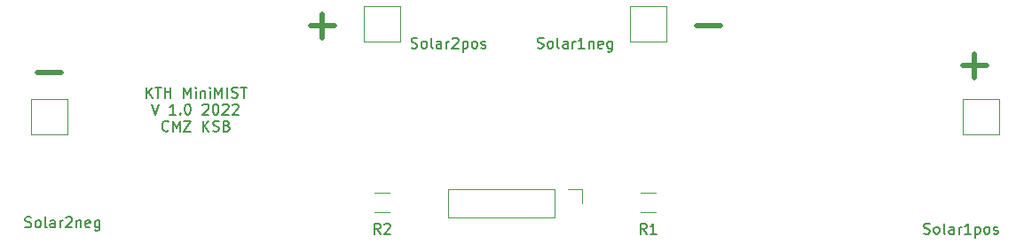
<source format=gbr>
%TF.GenerationSoftware,KiCad,Pcbnew,(6.0.4)*%
%TF.CreationDate,2022-08-22T23:27:17+02:00*%
%TF.ProjectId,SolarCMZ,536f6c61-7243-44d5-9a2e-6b696361645f,rev?*%
%TF.SameCoordinates,Original*%
%TF.FileFunction,Legend,Top*%
%TF.FilePolarity,Positive*%
%FSLAX46Y46*%
G04 Gerber Fmt 4.6, Leading zero omitted, Abs format (unit mm)*
G04 Created by KiCad (PCBNEW (6.0.4)) date 2022-08-22 23:27:17*
%MOMM*%
%LPD*%
G01*
G04 APERTURE LIST*
%ADD10C,0.150000*%
%ADD11C,0.500000*%
%ADD12C,0.120000*%
G04 APERTURE END LIST*
D10*
X117205714Y-112507380D02*
X117205714Y-111507380D01*
X117777142Y-112507380D02*
X117348571Y-111935952D01*
X117777142Y-111507380D02*
X117205714Y-112078809D01*
X118062857Y-111507380D02*
X118634285Y-111507380D01*
X118348571Y-112507380D02*
X118348571Y-111507380D01*
X118967619Y-112507380D02*
X118967619Y-111507380D01*
X118967619Y-111983571D02*
X119539047Y-111983571D01*
X119539047Y-112507380D02*
X119539047Y-111507380D01*
X120777142Y-112507380D02*
X120777142Y-111507380D01*
X121110476Y-112221666D01*
X121443809Y-111507380D01*
X121443809Y-112507380D01*
X121920000Y-112507380D02*
X121920000Y-111840714D01*
X121920000Y-111507380D02*
X121872380Y-111555000D01*
X121920000Y-111602619D01*
X121967619Y-111555000D01*
X121920000Y-111507380D01*
X121920000Y-111602619D01*
X122396190Y-111840714D02*
X122396190Y-112507380D01*
X122396190Y-111935952D02*
X122443809Y-111888333D01*
X122539047Y-111840714D01*
X122681904Y-111840714D01*
X122777142Y-111888333D01*
X122824761Y-111983571D01*
X122824761Y-112507380D01*
X123300952Y-112507380D02*
X123300952Y-111840714D01*
X123300952Y-111507380D02*
X123253333Y-111555000D01*
X123300952Y-111602619D01*
X123348571Y-111555000D01*
X123300952Y-111507380D01*
X123300952Y-111602619D01*
X123777142Y-112507380D02*
X123777142Y-111507380D01*
X124110476Y-112221666D01*
X124443809Y-111507380D01*
X124443809Y-112507380D01*
X124920000Y-112507380D02*
X124920000Y-111507380D01*
X125348571Y-112459761D02*
X125491428Y-112507380D01*
X125729523Y-112507380D01*
X125824761Y-112459761D01*
X125872380Y-112412142D01*
X125920000Y-112316904D01*
X125920000Y-112221666D01*
X125872380Y-112126428D01*
X125824761Y-112078809D01*
X125729523Y-112031190D01*
X125539047Y-111983571D01*
X125443809Y-111935952D01*
X125396190Y-111888333D01*
X125348571Y-111793095D01*
X125348571Y-111697857D01*
X125396190Y-111602619D01*
X125443809Y-111555000D01*
X125539047Y-111507380D01*
X125777142Y-111507380D01*
X125920000Y-111555000D01*
X126205714Y-111507380D02*
X126777142Y-111507380D01*
X126491428Y-112507380D02*
X126491428Y-111507380D01*
X117729523Y-113117380D02*
X118062857Y-114117380D01*
X118396190Y-113117380D01*
X120015238Y-114117380D02*
X119443809Y-114117380D01*
X119729523Y-114117380D02*
X119729523Y-113117380D01*
X119634285Y-113260238D01*
X119539047Y-113355476D01*
X119443809Y-113403095D01*
X120443809Y-114022142D02*
X120491428Y-114069761D01*
X120443809Y-114117380D01*
X120396190Y-114069761D01*
X120443809Y-114022142D01*
X120443809Y-114117380D01*
X121110476Y-113117380D02*
X121205714Y-113117380D01*
X121300952Y-113165000D01*
X121348571Y-113212619D01*
X121396190Y-113307857D01*
X121443809Y-113498333D01*
X121443809Y-113736428D01*
X121396190Y-113926904D01*
X121348571Y-114022142D01*
X121300952Y-114069761D01*
X121205714Y-114117380D01*
X121110476Y-114117380D01*
X121015238Y-114069761D01*
X120967619Y-114022142D01*
X120920000Y-113926904D01*
X120872380Y-113736428D01*
X120872380Y-113498333D01*
X120920000Y-113307857D01*
X120967619Y-113212619D01*
X121015238Y-113165000D01*
X121110476Y-113117380D01*
X122586666Y-113212619D02*
X122634285Y-113165000D01*
X122729523Y-113117380D01*
X122967619Y-113117380D01*
X123062857Y-113165000D01*
X123110476Y-113212619D01*
X123158095Y-113307857D01*
X123158095Y-113403095D01*
X123110476Y-113545952D01*
X122539047Y-114117380D01*
X123158095Y-114117380D01*
X123777142Y-113117380D02*
X123872380Y-113117380D01*
X123967619Y-113165000D01*
X124015238Y-113212619D01*
X124062857Y-113307857D01*
X124110476Y-113498333D01*
X124110476Y-113736428D01*
X124062857Y-113926904D01*
X124015238Y-114022142D01*
X123967619Y-114069761D01*
X123872380Y-114117380D01*
X123777142Y-114117380D01*
X123681904Y-114069761D01*
X123634285Y-114022142D01*
X123586666Y-113926904D01*
X123539047Y-113736428D01*
X123539047Y-113498333D01*
X123586666Y-113307857D01*
X123634285Y-113212619D01*
X123681904Y-113165000D01*
X123777142Y-113117380D01*
X124491428Y-113212619D02*
X124539047Y-113165000D01*
X124634285Y-113117380D01*
X124872380Y-113117380D01*
X124967619Y-113165000D01*
X125015238Y-113212619D01*
X125062857Y-113307857D01*
X125062857Y-113403095D01*
X125015238Y-113545952D01*
X124443809Y-114117380D01*
X125062857Y-114117380D01*
X125443809Y-113212619D02*
X125491428Y-113165000D01*
X125586666Y-113117380D01*
X125824761Y-113117380D01*
X125920000Y-113165000D01*
X125967619Y-113212619D01*
X126015238Y-113307857D01*
X126015238Y-113403095D01*
X125967619Y-113545952D01*
X125396190Y-114117380D01*
X126015238Y-114117380D01*
X119324761Y-115632142D02*
X119277142Y-115679761D01*
X119134285Y-115727380D01*
X119039047Y-115727380D01*
X118896190Y-115679761D01*
X118800952Y-115584523D01*
X118753333Y-115489285D01*
X118705714Y-115298809D01*
X118705714Y-115155952D01*
X118753333Y-114965476D01*
X118800952Y-114870238D01*
X118896190Y-114775000D01*
X119039047Y-114727380D01*
X119134285Y-114727380D01*
X119277142Y-114775000D01*
X119324761Y-114822619D01*
X119753333Y-115727380D02*
X119753333Y-114727380D01*
X120086666Y-115441666D01*
X120420000Y-114727380D01*
X120420000Y-115727380D01*
X120800952Y-114727380D02*
X121467619Y-114727380D01*
X120800952Y-115727380D01*
X121467619Y-115727380D01*
X122610476Y-115727380D02*
X122610476Y-114727380D01*
X123181904Y-115727380D02*
X122753333Y-115155952D01*
X123181904Y-114727380D02*
X122610476Y-115298809D01*
X123562857Y-115679761D02*
X123705714Y-115727380D01*
X123943809Y-115727380D01*
X124039047Y-115679761D01*
X124086666Y-115632142D01*
X124134285Y-115536904D01*
X124134285Y-115441666D01*
X124086666Y-115346428D01*
X124039047Y-115298809D01*
X123943809Y-115251190D01*
X123753333Y-115203571D01*
X123658095Y-115155952D01*
X123610476Y-115108333D01*
X123562857Y-115013095D01*
X123562857Y-114917857D01*
X123610476Y-114822619D01*
X123658095Y-114775000D01*
X123753333Y-114727380D01*
X123991428Y-114727380D01*
X124134285Y-114775000D01*
X124896190Y-115203571D02*
X125039047Y-115251190D01*
X125086666Y-115298809D01*
X125134285Y-115394047D01*
X125134285Y-115536904D01*
X125086666Y-115632142D01*
X125039047Y-115679761D01*
X124943809Y-115727380D01*
X124562857Y-115727380D01*
X124562857Y-114727380D01*
X124896190Y-114727380D01*
X124991428Y-114775000D01*
X125039047Y-114822619D01*
X125086666Y-114917857D01*
X125086666Y-115013095D01*
X125039047Y-115108333D01*
X124991428Y-115155952D01*
X124896190Y-115203571D01*
X124562857Y-115203571D01*
D11*
X169672142Y-105624285D02*
X171957857Y-105624285D01*
X106807142Y-110069285D02*
X109092857Y-110069285D01*
X195072142Y-109434285D02*
X197357857Y-109434285D01*
X196215000Y-110577142D02*
X196215000Y-108291428D01*
X132842142Y-105624285D02*
X135127857Y-105624285D01*
X133985000Y-106767142D02*
X133985000Y-104481428D01*
D10*
%TO.C,R2*%
X139533333Y-125547380D02*
X139200000Y-125071190D01*
X138961904Y-125547380D02*
X138961904Y-124547380D01*
X139342857Y-124547380D01*
X139438095Y-124595000D01*
X139485714Y-124642619D01*
X139533333Y-124737857D01*
X139533333Y-124880714D01*
X139485714Y-124975952D01*
X139438095Y-125023571D01*
X139342857Y-125071190D01*
X138961904Y-125071190D01*
X139914285Y-124642619D02*
X139961904Y-124595000D01*
X140057142Y-124547380D01*
X140295238Y-124547380D01*
X140390476Y-124595000D01*
X140438095Y-124642619D01*
X140485714Y-124737857D01*
X140485714Y-124833095D01*
X140438095Y-124975952D01*
X139866666Y-125547380D01*
X140485714Y-125547380D01*
%TO.C,R1*%
X164933333Y-125547380D02*
X164600000Y-125071190D01*
X164361904Y-125547380D02*
X164361904Y-124547380D01*
X164742857Y-124547380D01*
X164838095Y-124595000D01*
X164885714Y-124642619D01*
X164933333Y-124737857D01*
X164933333Y-124880714D01*
X164885714Y-124975952D01*
X164838095Y-125023571D01*
X164742857Y-125071190D01*
X164361904Y-125071190D01*
X165885714Y-125547380D02*
X165314285Y-125547380D01*
X165600000Y-125547380D02*
X165600000Y-124547380D01*
X165504761Y-124690238D01*
X165409523Y-124785476D01*
X165314285Y-124833095D01*
%TO.C,Solar2pos*%
X142502380Y-107719761D02*
X142645238Y-107767380D01*
X142883333Y-107767380D01*
X142978571Y-107719761D01*
X143026190Y-107672142D01*
X143073809Y-107576904D01*
X143073809Y-107481666D01*
X143026190Y-107386428D01*
X142978571Y-107338809D01*
X142883333Y-107291190D01*
X142692857Y-107243571D01*
X142597619Y-107195952D01*
X142550000Y-107148333D01*
X142502380Y-107053095D01*
X142502380Y-106957857D01*
X142550000Y-106862619D01*
X142597619Y-106815000D01*
X142692857Y-106767380D01*
X142930952Y-106767380D01*
X143073809Y-106815000D01*
X143645238Y-107767380D02*
X143550000Y-107719761D01*
X143502380Y-107672142D01*
X143454761Y-107576904D01*
X143454761Y-107291190D01*
X143502380Y-107195952D01*
X143550000Y-107148333D01*
X143645238Y-107100714D01*
X143788095Y-107100714D01*
X143883333Y-107148333D01*
X143930952Y-107195952D01*
X143978571Y-107291190D01*
X143978571Y-107576904D01*
X143930952Y-107672142D01*
X143883333Y-107719761D01*
X143788095Y-107767380D01*
X143645238Y-107767380D01*
X144550000Y-107767380D02*
X144454761Y-107719761D01*
X144407142Y-107624523D01*
X144407142Y-106767380D01*
X145359523Y-107767380D02*
X145359523Y-107243571D01*
X145311904Y-107148333D01*
X145216666Y-107100714D01*
X145026190Y-107100714D01*
X144930952Y-107148333D01*
X145359523Y-107719761D02*
X145264285Y-107767380D01*
X145026190Y-107767380D01*
X144930952Y-107719761D01*
X144883333Y-107624523D01*
X144883333Y-107529285D01*
X144930952Y-107434047D01*
X145026190Y-107386428D01*
X145264285Y-107386428D01*
X145359523Y-107338809D01*
X145835714Y-107767380D02*
X145835714Y-107100714D01*
X145835714Y-107291190D02*
X145883333Y-107195952D01*
X145930952Y-107148333D01*
X146026190Y-107100714D01*
X146121428Y-107100714D01*
X146407142Y-106862619D02*
X146454761Y-106815000D01*
X146550000Y-106767380D01*
X146788095Y-106767380D01*
X146883333Y-106815000D01*
X146930952Y-106862619D01*
X146978571Y-106957857D01*
X146978571Y-107053095D01*
X146930952Y-107195952D01*
X146359523Y-107767380D01*
X146978571Y-107767380D01*
X147407142Y-107100714D02*
X147407142Y-108100714D01*
X147407142Y-107148333D02*
X147502380Y-107100714D01*
X147692857Y-107100714D01*
X147788095Y-107148333D01*
X147835714Y-107195952D01*
X147883333Y-107291190D01*
X147883333Y-107576904D01*
X147835714Y-107672142D01*
X147788095Y-107719761D01*
X147692857Y-107767380D01*
X147502380Y-107767380D01*
X147407142Y-107719761D01*
X148454761Y-107767380D02*
X148359523Y-107719761D01*
X148311904Y-107672142D01*
X148264285Y-107576904D01*
X148264285Y-107291190D01*
X148311904Y-107195952D01*
X148359523Y-107148333D01*
X148454761Y-107100714D01*
X148597619Y-107100714D01*
X148692857Y-107148333D01*
X148740476Y-107195952D01*
X148788095Y-107291190D01*
X148788095Y-107576904D01*
X148740476Y-107672142D01*
X148692857Y-107719761D01*
X148597619Y-107767380D01*
X148454761Y-107767380D01*
X149169047Y-107719761D02*
X149264285Y-107767380D01*
X149454761Y-107767380D01*
X149550000Y-107719761D01*
X149597619Y-107624523D01*
X149597619Y-107576904D01*
X149550000Y-107481666D01*
X149454761Y-107434047D01*
X149311904Y-107434047D01*
X149216666Y-107386428D01*
X149169047Y-107291190D01*
X149169047Y-107243571D01*
X149216666Y-107148333D01*
X149311904Y-107100714D01*
X149454761Y-107100714D01*
X149550000Y-107148333D01*
%TO.C,Solar1neg*%
X154543571Y-107719761D02*
X154686428Y-107767380D01*
X154924523Y-107767380D01*
X155019761Y-107719761D01*
X155067380Y-107672142D01*
X155115000Y-107576904D01*
X155115000Y-107481666D01*
X155067380Y-107386428D01*
X155019761Y-107338809D01*
X154924523Y-107291190D01*
X154734047Y-107243571D01*
X154638809Y-107195952D01*
X154591190Y-107148333D01*
X154543571Y-107053095D01*
X154543571Y-106957857D01*
X154591190Y-106862619D01*
X154638809Y-106815000D01*
X154734047Y-106767380D01*
X154972142Y-106767380D01*
X155115000Y-106815000D01*
X155686428Y-107767380D02*
X155591190Y-107719761D01*
X155543571Y-107672142D01*
X155495952Y-107576904D01*
X155495952Y-107291190D01*
X155543571Y-107195952D01*
X155591190Y-107148333D01*
X155686428Y-107100714D01*
X155829285Y-107100714D01*
X155924523Y-107148333D01*
X155972142Y-107195952D01*
X156019761Y-107291190D01*
X156019761Y-107576904D01*
X155972142Y-107672142D01*
X155924523Y-107719761D01*
X155829285Y-107767380D01*
X155686428Y-107767380D01*
X156591190Y-107767380D02*
X156495952Y-107719761D01*
X156448333Y-107624523D01*
X156448333Y-106767380D01*
X157400714Y-107767380D02*
X157400714Y-107243571D01*
X157353095Y-107148333D01*
X157257857Y-107100714D01*
X157067380Y-107100714D01*
X156972142Y-107148333D01*
X157400714Y-107719761D02*
X157305476Y-107767380D01*
X157067380Y-107767380D01*
X156972142Y-107719761D01*
X156924523Y-107624523D01*
X156924523Y-107529285D01*
X156972142Y-107434047D01*
X157067380Y-107386428D01*
X157305476Y-107386428D01*
X157400714Y-107338809D01*
X157876904Y-107767380D02*
X157876904Y-107100714D01*
X157876904Y-107291190D02*
X157924523Y-107195952D01*
X157972142Y-107148333D01*
X158067380Y-107100714D01*
X158162619Y-107100714D01*
X159019761Y-107767380D02*
X158448333Y-107767380D01*
X158734047Y-107767380D02*
X158734047Y-106767380D01*
X158638809Y-106910238D01*
X158543571Y-107005476D01*
X158448333Y-107053095D01*
X159448333Y-107100714D02*
X159448333Y-107767380D01*
X159448333Y-107195952D02*
X159495952Y-107148333D01*
X159591190Y-107100714D01*
X159734047Y-107100714D01*
X159829285Y-107148333D01*
X159876904Y-107243571D01*
X159876904Y-107767380D01*
X160734047Y-107719761D02*
X160638809Y-107767380D01*
X160448333Y-107767380D01*
X160353095Y-107719761D01*
X160305476Y-107624523D01*
X160305476Y-107243571D01*
X160353095Y-107148333D01*
X160448333Y-107100714D01*
X160638809Y-107100714D01*
X160734047Y-107148333D01*
X160781666Y-107243571D01*
X160781666Y-107338809D01*
X160305476Y-107434047D01*
X161638809Y-107100714D02*
X161638809Y-107910238D01*
X161591190Y-108005476D01*
X161543571Y-108053095D01*
X161448333Y-108100714D01*
X161305476Y-108100714D01*
X161210238Y-108053095D01*
X161638809Y-107719761D02*
X161543571Y-107767380D01*
X161353095Y-107767380D01*
X161257857Y-107719761D01*
X161210238Y-107672142D01*
X161162619Y-107576904D01*
X161162619Y-107291190D01*
X161210238Y-107195952D01*
X161257857Y-107148333D01*
X161353095Y-107100714D01*
X161543571Y-107100714D01*
X161638809Y-107148333D01*
%TO.C,Solar2neg*%
X105648571Y-124864761D02*
X105791428Y-124912380D01*
X106029523Y-124912380D01*
X106124761Y-124864761D01*
X106172380Y-124817142D01*
X106220000Y-124721904D01*
X106220000Y-124626666D01*
X106172380Y-124531428D01*
X106124761Y-124483809D01*
X106029523Y-124436190D01*
X105839047Y-124388571D01*
X105743809Y-124340952D01*
X105696190Y-124293333D01*
X105648571Y-124198095D01*
X105648571Y-124102857D01*
X105696190Y-124007619D01*
X105743809Y-123960000D01*
X105839047Y-123912380D01*
X106077142Y-123912380D01*
X106220000Y-123960000D01*
X106791428Y-124912380D02*
X106696190Y-124864761D01*
X106648571Y-124817142D01*
X106600952Y-124721904D01*
X106600952Y-124436190D01*
X106648571Y-124340952D01*
X106696190Y-124293333D01*
X106791428Y-124245714D01*
X106934285Y-124245714D01*
X107029523Y-124293333D01*
X107077142Y-124340952D01*
X107124761Y-124436190D01*
X107124761Y-124721904D01*
X107077142Y-124817142D01*
X107029523Y-124864761D01*
X106934285Y-124912380D01*
X106791428Y-124912380D01*
X107696190Y-124912380D02*
X107600952Y-124864761D01*
X107553333Y-124769523D01*
X107553333Y-123912380D01*
X108505714Y-124912380D02*
X108505714Y-124388571D01*
X108458095Y-124293333D01*
X108362857Y-124245714D01*
X108172380Y-124245714D01*
X108077142Y-124293333D01*
X108505714Y-124864761D02*
X108410476Y-124912380D01*
X108172380Y-124912380D01*
X108077142Y-124864761D01*
X108029523Y-124769523D01*
X108029523Y-124674285D01*
X108077142Y-124579047D01*
X108172380Y-124531428D01*
X108410476Y-124531428D01*
X108505714Y-124483809D01*
X108981904Y-124912380D02*
X108981904Y-124245714D01*
X108981904Y-124436190D02*
X109029523Y-124340952D01*
X109077142Y-124293333D01*
X109172380Y-124245714D01*
X109267619Y-124245714D01*
X109553333Y-124007619D02*
X109600952Y-123960000D01*
X109696190Y-123912380D01*
X109934285Y-123912380D01*
X110029523Y-123960000D01*
X110077142Y-124007619D01*
X110124761Y-124102857D01*
X110124761Y-124198095D01*
X110077142Y-124340952D01*
X109505714Y-124912380D01*
X110124761Y-124912380D01*
X110553333Y-124245714D02*
X110553333Y-124912380D01*
X110553333Y-124340952D02*
X110600952Y-124293333D01*
X110696190Y-124245714D01*
X110839047Y-124245714D01*
X110934285Y-124293333D01*
X110981904Y-124388571D01*
X110981904Y-124912380D01*
X111839047Y-124864761D02*
X111743809Y-124912380D01*
X111553333Y-124912380D01*
X111458095Y-124864761D01*
X111410476Y-124769523D01*
X111410476Y-124388571D01*
X111458095Y-124293333D01*
X111553333Y-124245714D01*
X111743809Y-124245714D01*
X111839047Y-124293333D01*
X111886666Y-124388571D01*
X111886666Y-124483809D01*
X111410476Y-124579047D01*
X112743809Y-124245714D02*
X112743809Y-125055238D01*
X112696190Y-125150476D01*
X112648571Y-125198095D01*
X112553333Y-125245714D01*
X112410476Y-125245714D01*
X112315238Y-125198095D01*
X112743809Y-124864761D02*
X112648571Y-124912380D01*
X112458095Y-124912380D01*
X112362857Y-124864761D01*
X112315238Y-124817142D01*
X112267619Y-124721904D01*
X112267619Y-124436190D01*
X112315238Y-124340952D01*
X112362857Y-124293333D01*
X112458095Y-124245714D01*
X112648571Y-124245714D01*
X112743809Y-124293333D01*
%TO.C,Solar1pos*%
X191397380Y-125499761D02*
X191540238Y-125547380D01*
X191778333Y-125547380D01*
X191873571Y-125499761D01*
X191921190Y-125452142D01*
X191968809Y-125356904D01*
X191968809Y-125261666D01*
X191921190Y-125166428D01*
X191873571Y-125118809D01*
X191778333Y-125071190D01*
X191587857Y-125023571D01*
X191492619Y-124975952D01*
X191445000Y-124928333D01*
X191397380Y-124833095D01*
X191397380Y-124737857D01*
X191445000Y-124642619D01*
X191492619Y-124595000D01*
X191587857Y-124547380D01*
X191825952Y-124547380D01*
X191968809Y-124595000D01*
X192540238Y-125547380D02*
X192445000Y-125499761D01*
X192397380Y-125452142D01*
X192349761Y-125356904D01*
X192349761Y-125071190D01*
X192397380Y-124975952D01*
X192445000Y-124928333D01*
X192540238Y-124880714D01*
X192683095Y-124880714D01*
X192778333Y-124928333D01*
X192825952Y-124975952D01*
X192873571Y-125071190D01*
X192873571Y-125356904D01*
X192825952Y-125452142D01*
X192778333Y-125499761D01*
X192683095Y-125547380D01*
X192540238Y-125547380D01*
X193445000Y-125547380D02*
X193349761Y-125499761D01*
X193302142Y-125404523D01*
X193302142Y-124547380D01*
X194254523Y-125547380D02*
X194254523Y-125023571D01*
X194206904Y-124928333D01*
X194111666Y-124880714D01*
X193921190Y-124880714D01*
X193825952Y-124928333D01*
X194254523Y-125499761D02*
X194159285Y-125547380D01*
X193921190Y-125547380D01*
X193825952Y-125499761D01*
X193778333Y-125404523D01*
X193778333Y-125309285D01*
X193825952Y-125214047D01*
X193921190Y-125166428D01*
X194159285Y-125166428D01*
X194254523Y-125118809D01*
X194730714Y-125547380D02*
X194730714Y-124880714D01*
X194730714Y-125071190D02*
X194778333Y-124975952D01*
X194825952Y-124928333D01*
X194921190Y-124880714D01*
X195016428Y-124880714D01*
X195873571Y-125547380D02*
X195302142Y-125547380D01*
X195587857Y-125547380D02*
X195587857Y-124547380D01*
X195492619Y-124690238D01*
X195397380Y-124785476D01*
X195302142Y-124833095D01*
X196302142Y-124880714D02*
X196302142Y-125880714D01*
X196302142Y-124928333D02*
X196397380Y-124880714D01*
X196587857Y-124880714D01*
X196683095Y-124928333D01*
X196730714Y-124975952D01*
X196778333Y-125071190D01*
X196778333Y-125356904D01*
X196730714Y-125452142D01*
X196683095Y-125499761D01*
X196587857Y-125547380D01*
X196397380Y-125547380D01*
X196302142Y-125499761D01*
X197349761Y-125547380D02*
X197254523Y-125499761D01*
X197206904Y-125452142D01*
X197159285Y-125356904D01*
X197159285Y-125071190D01*
X197206904Y-124975952D01*
X197254523Y-124928333D01*
X197349761Y-124880714D01*
X197492619Y-124880714D01*
X197587857Y-124928333D01*
X197635476Y-124975952D01*
X197683095Y-125071190D01*
X197683095Y-125356904D01*
X197635476Y-125452142D01*
X197587857Y-125499761D01*
X197492619Y-125547380D01*
X197349761Y-125547380D01*
X198064047Y-125499761D02*
X198159285Y-125547380D01*
X198349761Y-125547380D01*
X198445000Y-125499761D01*
X198492619Y-125404523D01*
X198492619Y-125356904D01*
X198445000Y-125261666D01*
X198349761Y-125214047D01*
X198206904Y-125214047D01*
X198111666Y-125166428D01*
X198064047Y-125071190D01*
X198064047Y-125023571D01*
X198111666Y-124928333D01*
X198206904Y-124880714D01*
X198349761Y-124880714D01*
X198445000Y-124928333D01*
D12*
%TO.C,SolarPanelConnector1*%
X156205000Y-123955000D02*
X145985000Y-123955000D01*
X158805000Y-121295000D02*
X158805000Y-122625000D01*
X156205000Y-121295000D02*
X145985000Y-121295000D01*
X145985000Y-121295000D02*
X145985000Y-123955000D01*
X156205000Y-121295000D02*
X156205000Y-123955000D01*
X157475000Y-121295000D02*
X158805000Y-121295000D01*
%TO.C,R2*%
X140427064Y-123465000D02*
X138972936Y-123465000D01*
X140427064Y-121645000D02*
X138972936Y-121645000D01*
%TO.C,R1*%
X165827064Y-123465000D02*
X164372936Y-123465000D01*
X165827064Y-121645000D02*
X164372936Y-121645000D01*
%TO.C,Solar2pos*%
X138000000Y-107110000D02*
X138000000Y-103710000D01*
X141400000Y-103710000D02*
X141400000Y-107110000D01*
X138000000Y-103710000D02*
X141400000Y-103710000D01*
X141400000Y-107110000D02*
X138000000Y-107110000D01*
%TO.C,Solar1neg*%
X166800000Y-107110000D02*
X163400000Y-107110000D01*
X163400000Y-103710000D02*
X166800000Y-103710000D01*
X166800000Y-103710000D02*
X166800000Y-107110000D01*
X163400000Y-107110000D02*
X163400000Y-103710000D01*
%TO.C,Solar2neg*%
X106250000Y-116000000D02*
X106250000Y-112600000D01*
X109650000Y-112600000D02*
X109650000Y-116000000D01*
X106250000Y-112600000D02*
X109650000Y-112600000D01*
X109650000Y-116000000D02*
X106250000Y-116000000D01*
%TO.C,Solar1pos*%
X195150000Y-116000000D02*
X195150000Y-112600000D01*
X198550000Y-112600000D02*
X198550000Y-116000000D01*
X195150000Y-112600000D02*
X198550000Y-112600000D01*
X198550000Y-116000000D02*
X195150000Y-116000000D01*
%TD*%
M02*

</source>
